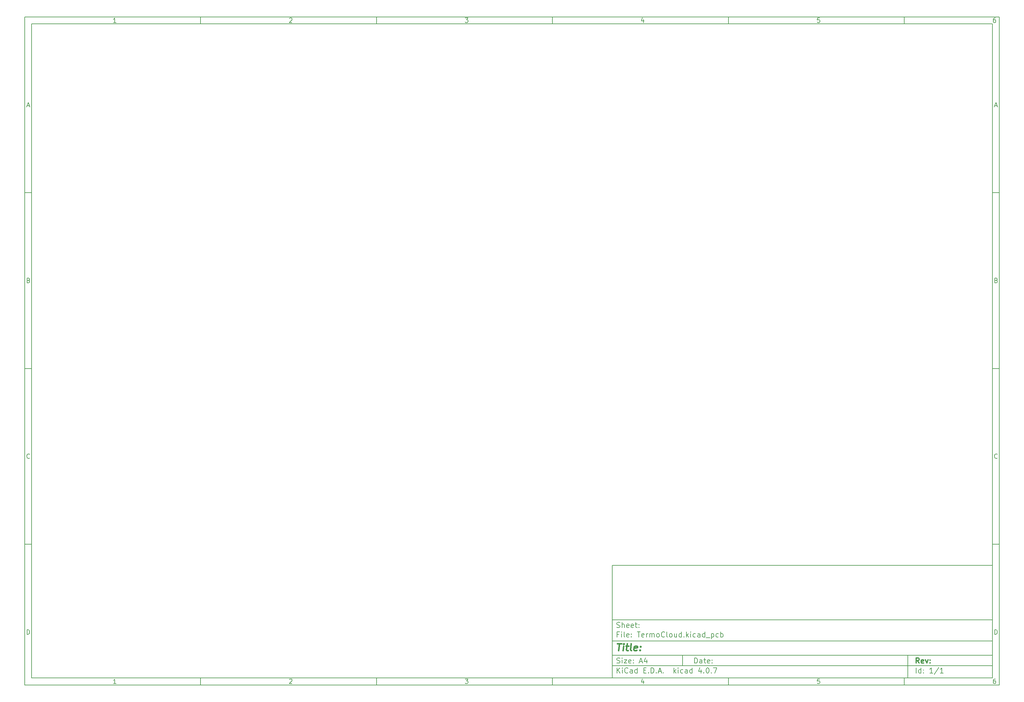
<source format=gbr>
G04 #@! TF.FileFunction,Legend,Bot*
%FSLAX46Y46*%
G04 Gerber Fmt 4.6, Leading zero omitted, Abs format (unit mm)*
G04 Created by KiCad (PCBNEW 4.0.7) date Friday, 28 '28e' September '28e' 2018, 17:32:58*
%MOMM*%
%LPD*%
G01*
G04 APERTURE LIST*
%ADD10C,0.100000*%
%ADD11C,0.150000*%
%ADD12C,0.300000*%
%ADD13C,0.400000*%
G04 APERTURE END LIST*
D10*
D11*
X177002200Y-166007200D02*
X177002200Y-198007200D01*
X285002200Y-198007200D01*
X285002200Y-166007200D01*
X177002200Y-166007200D01*
D10*
D11*
X10000000Y-10000000D02*
X10000000Y-200007200D01*
X287002200Y-200007200D01*
X287002200Y-10000000D01*
X10000000Y-10000000D01*
D10*
D11*
X12000000Y-12000000D02*
X12000000Y-198007200D01*
X285002200Y-198007200D01*
X285002200Y-12000000D01*
X12000000Y-12000000D01*
D10*
D11*
X60000000Y-12000000D02*
X60000000Y-10000000D01*
D10*
D11*
X110000000Y-12000000D02*
X110000000Y-10000000D01*
D10*
D11*
X160000000Y-12000000D02*
X160000000Y-10000000D01*
D10*
D11*
X210000000Y-12000000D02*
X210000000Y-10000000D01*
D10*
D11*
X260000000Y-12000000D02*
X260000000Y-10000000D01*
D10*
D11*
X35990476Y-11588095D02*
X35247619Y-11588095D01*
X35619048Y-11588095D02*
X35619048Y-10288095D01*
X35495238Y-10473810D01*
X35371429Y-10597619D01*
X35247619Y-10659524D01*
D10*
D11*
X85247619Y-10411905D02*
X85309524Y-10350000D01*
X85433333Y-10288095D01*
X85742857Y-10288095D01*
X85866667Y-10350000D01*
X85928571Y-10411905D01*
X85990476Y-10535714D01*
X85990476Y-10659524D01*
X85928571Y-10845238D01*
X85185714Y-11588095D01*
X85990476Y-11588095D01*
D10*
D11*
X135185714Y-10288095D02*
X135990476Y-10288095D01*
X135557143Y-10783333D01*
X135742857Y-10783333D01*
X135866667Y-10845238D01*
X135928571Y-10907143D01*
X135990476Y-11030952D01*
X135990476Y-11340476D01*
X135928571Y-11464286D01*
X135866667Y-11526190D01*
X135742857Y-11588095D01*
X135371429Y-11588095D01*
X135247619Y-11526190D01*
X135185714Y-11464286D01*
D10*
D11*
X185866667Y-10721429D02*
X185866667Y-11588095D01*
X185557143Y-10226190D02*
X185247619Y-11154762D01*
X186052381Y-11154762D01*
D10*
D11*
X235928571Y-10288095D02*
X235309524Y-10288095D01*
X235247619Y-10907143D01*
X235309524Y-10845238D01*
X235433333Y-10783333D01*
X235742857Y-10783333D01*
X235866667Y-10845238D01*
X235928571Y-10907143D01*
X235990476Y-11030952D01*
X235990476Y-11340476D01*
X235928571Y-11464286D01*
X235866667Y-11526190D01*
X235742857Y-11588095D01*
X235433333Y-11588095D01*
X235309524Y-11526190D01*
X235247619Y-11464286D01*
D10*
D11*
X285866667Y-10288095D02*
X285619048Y-10288095D01*
X285495238Y-10350000D01*
X285433333Y-10411905D01*
X285309524Y-10597619D01*
X285247619Y-10845238D01*
X285247619Y-11340476D01*
X285309524Y-11464286D01*
X285371429Y-11526190D01*
X285495238Y-11588095D01*
X285742857Y-11588095D01*
X285866667Y-11526190D01*
X285928571Y-11464286D01*
X285990476Y-11340476D01*
X285990476Y-11030952D01*
X285928571Y-10907143D01*
X285866667Y-10845238D01*
X285742857Y-10783333D01*
X285495238Y-10783333D01*
X285371429Y-10845238D01*
X285309524Y-10907143D01*
X285247619Y-11030952D01*
D10*
D11*
X60000000Y-198007200D02*
X60000000Y-200007200D01*
D10*
D11*
X110000000Y-198007200D02*
X110000000Y-200007200D01*
D10*
D11*
X160000000Y-198007200D02*
X160000000Y-200007200D01*
D10*
D11*
X210000000Y-198007200D02*
X210000000Y-200007200D01*
D10*
D11*
X260000000Y-198007200D02*
X260000000Y-200007200D01*
D10*
D11*
X35990476Y-199595295D02*
X35247619Y-199595295D01*
X35619048Y-199595295D02*
X35619048Y-198295295D01*
X35495238Y-198481010D01*
X35371429Y-198604819D01*
X35247619Y-198666724D01*
D10*
D11*
X85247619Y-198419105D02*
X85309524Y-198357200D01*
X85433333Y-198295295D01*
X85742857Y-198295295D01*
X85866667Y-198357200D01*
X85928571Y-198419105D01*
X85990476Y-198542914D01*
X85990476Y-198666724D01*
X85928571Y-198852438D01*
X85185714Y-199595295D01*
X85990476Y-199595295D01*
D10*
D11*
X135185714Y-198295295D02*
X135990476Y-198295295D01*
X135557143Y-198790533D01*
X135742857Y-198790533D01*
X135866667Y-198852438D01*
X135928571Y-198914343D01*
X135990476Y-199038152D01*
X135990476Y-199347676D01*
X135928571Y-199471486D01*
X135866667Y-199533390D01*
X135742857Y-199595295D01*
X135371429Y-199595295D01*
X135247619Y-199533390D01*
X135185714Y-199471486D01*
D10*
D11*
X185866667Y-198728629D02*
X185866667Y-199595295D01*
X185557143Y-198233390D02*
X185247619Y-199161962D01*
X186052381Y-199161962D01*
D10*
D11*
X235928571Y-198295295D02*
X235309524Y-198295295D01*
X235247619Y-198914343D01*
X235309524Y-198852438D01*
X235433333Y-198790533D01*
X235742857Y-198790533D01*
X235866667Y-198852438D01*
X235928571Y-198914343D01*
X235990476Y-199038152D01*
X235990476Y-199347676D01*
X235928571Y-199471486D01*
X235866667Y-199533390D01*
X235742857Y-199595295D01*
X235433333Y-199595295D01*
X235309524Y-199533390D01*
X235247619Y-199471486D01*
D10*
D11*
X285866667Y-198295295D02*
X285619048Y-198295295D01*
X285495238Y-198357200D01*
X285433333Y-198419105D01*
X285309524Y-198604819D01*
X285247619Y-198852438D01*
X285247619Y-199347676D01*
X285309524Y-199471486D01*
X285371429Y-199533390D01*
X285495238Y-199595295D01*
X285742857Y-199595295D01*
X285866667Y-199533390D01*
X285928571Y-199471486D01*
X285990476Y-199347676D01*
X285990476Y-199038152D01*
X285928571Y-198914343D01*
X285866667Y-198852438D01*
X285742857Y-198790533D01*
X285495238Y-198790533D01*
X285371429Y-198852438D01*
X285309524Y-198914343D01*
X285247619Y-199038152D01*
D10*
D11*
X10000000Y-60000000D02*
X12000000Y-60000000D01*
D10*
D11*
X10000000Y-110000000D02*
X12000000Y-110000000D01*
D10*
D11*
X10000000Y-160000000D02*
X12000000Y-160000000D01*
D10*
D11*
X10690476Y-35216667D02*
X11309524Y-35216667D01*
X10566667Y-35588095D02*
X11000000Y-34288095D01*
X11433333Y-35588095D01*
D10*
D11*
X11092857Y-84907143D02*
X11278571Y-84969048D01*
X11340476Y-85030952D01*
X11402381Y-85154762D01*
X11402381Y-85340476D01*
X11340476Y-85464286D01*
X11278571Y-85526190D01*
X11154762Y-85588095D01*
X10659524Y-85588095D01*
X10659524Y-84288095D01*
X11092857Y-84288095D01*
X11216667Y-84350000D01*
X11278571Y-84411905D01*
X11340476Y-84535714D01*
X11340476Y-84659524D01*
X11278571Y-84783333D01*
X11216667Y-84845238D01*
X11092857Y-84907143D01*
X10659524Y-84907143D01*
D10*
D11*
X11402381Y-135464286D02*
X11340476Y-135526190D01*
X11154762Y-135588095D01*
X11030952Y-135588095D01*
X10845238Y-135526190D01*
X10721429Y-135402381D01*
X10659524Y-135278571D01*
X10597619Y-135030952D01*
X10597619Y-134845238D01*
X10659524Y-134597619D01*
X10721429Y-134473810D01*
X10845238Y-134350000D01*
X11030952Y-134288095D01*
X11154762Y-134288095D01*
X11340476Y-134350000D01*
X11402381Y-134411905D01*
D10*
D11*
X10659524Y-185588095D02*
X10659524Y-184288095D01*
X10969048Y-184288095D01*
X11154762Y-184350000D01*
X11278571Y-184473810D01*
X11340476Y-184597619D01*
X11402381Y-184845238D01*
X11402381Y-185030952D01*
X11340476Y-185278571D01*
X11278571Y-185402381D01*
X11154762Y-185526190D01*
X10969048Y-185588095D01*
X10659524Y-185588095D01*
D10*
D11*
X287002200Y-60000000D02*
X285002200Y-60000000D01*
D10*
D11*
X287002200Y-110000000D02*
X285002200Y-110000000D01*
D10*
D11*
X287002200Y-160000000D02*
X285002200Y-160000000D01*
D10*
D11*
X285692676Y-35216667D02*
X286311724Y-35216667D01*
X285568867Y-35588095D02*
X286002200Y-34288095D01*
X286435533Y-35588095D01*
D10*
D11*
X286095057Y-84907143D02*
X286280771Y-84969048D01*
X286342676Y-85030952D01*
X286404581Y-85154762D01*
X286404581Y-85340476D01*
X286342676Y-85464286D01*
X286280771Y-85526190D01*
X286156962Y-85588095D01*
X285661724Y-85588095D01*
X285661724Y-84288095D01*
X286095057Y-84288095D01*
X286218867Y-84350000D01*
X286280771Y-84411905D01*
X286342676Y-84535714D01*
X286342676Y-84659524D01*
X286280771Y-84783333D01*
X286218867Y-84845238D01*
X286095057Y-84907143D01*
X285661724Y-84907143D01*
D10*
D11*
X286404581Y-135464286D02*
X286342676Y-135526190D01*
X286156962Y-135588095D01*
X286033152Y-135588095D01*
X285847438Y-135526190D01*
X285723629Y-135402381D01*
X285661724Y-135278571D01*
X285599819Y-135030952D01*
X285599819Y-134845238D01*
X285661724Y-134597619D01*
X285723629Y-134473810D01*
X285847438Y-134350000D01*
X286033152Y-134288095D01*
X286156962Y-134288095D01*
X286342676Y-134350000D01*
X286404581Y-134411905D01*
D10*
D11*
X285661724Y-185588095D02*
X285661724Y-184288095D01*
X285971248Y-184288095D01*
X286156962Y-184350000D01*
X286280771Y-184473810D01*
X286342676Y-184597619D01*
X286404581Y-184845238D01*
X286404581Y-185030952D01*
X286342676Y-185278571D01*
X286280771Y-185402381D01*
X286156962Y-185526190D01*
X285971248Y-185588095D01*
X285661724Y-185588095D01*
D10*
D11*
X200359343Y-193785771D02*
X200359343Y-192285771D01*
X200716486Y-192285771D01*
X200930771Y-192357200D01*
X201073629Y-192500057D01*
X201145057Y-192642914D01*
X201216486Y-192928629D01*
X201216486Y-193142914D01*
X201145057Y-193428629D01*
X201073629Y-193571486D01*
X200930771Y-193714343D01*
X200716486Y-193785771D01*
X200359343Y-193785771D01*
X202502200Y-193785771D02*
X202502200Y-193000057D01*
X202430771Y-192857200D01*
X202287914Y-192785771D01*
X202002200Y-192785771D01*
X201859343Y-192857200D01*
X202502200Y-193714343D02*
X202359343Y-193785771D01*
X202002200Y-193785771D01*
X201859343Y-193714343D01*
X201787914Y-193571486D01*
X201787914Y-193428629D01*
X201859343Y-193285771D01*
X202002200Y-193214343D01*
X202359343Y-193214343D01*
X202502200Y-193142914D01*
X203002200Y-192785771D02*
X203573629Y-192785771D01*
X203216486Y-192285771D02*
X203216486Y-193571486D01*
X203287914Y-193714343D01*
X203430772Y-193785771D01*
X203573629Y-193785771D01*
X204645057Y-193714343D02*
X204502200Y-193785771D01*
X204216486Y-193785771D01*
X204073629Y-193714343D01*
X204002200Y-193571486D01*
X204002200Y-193000057D01*
X204073629Y-192857200D01*
X204216486Y-192785771D01*
X204502200Y-192785771D01*
X204645057Y-192857200D01*
X204716486Y-193000057D01*
X204716486Y-193142914D01*
X204002200Y-193285771D01*
X205359343Y-193642914D02*
X205430771Y-193714343D01*
X205359343Y-193785771D01*
X205287914Y-193714343D01*
X205359343Y-193642914D01*
X205359343Y-193785771D01*
X205359343Y-192857200D02*
X205430771Y-192928629D01*
X205359343Y-193000057D01*
X205287914Y-192928629D01*
X205359343Y-192857200D01*
X205359343Y-193000057D01*
D10*
D11*
X177002200Y-194507200D02*
X285002200Y-194507200D01*
D10*
D11*
X178359343Y-196585771D02*
X178359343Y-195085771D01*
X179216486Y-196585771D02*
X178573629Y-195728629D01*
X179216486Y-195085771D02*
X178359343Y-195942914D01*
X179859343Y-196585771D02*
X179859343Y-195585771D01*
X179859343Y-195085771D02*
X179787914Y-195157200D01*
X179859343Y-195228629D01*
X179930771Y-195157200D01*
X179859343Y-195085771D01*
X179859343Y-195228629D01*
X181430772Y-196442914D02*
X181359343Y-196514343D01*
X181145057Y-196585771D01*
X181002200Y-196585771D01*
X180787915Y-196514343D01*
X180645057Y-196371486D01*
X180573629Y-196228629D01*
X180502200Y-195942914D01*
X180502200Y-195728629D01*
X180573629Y-195442914D01*
X180645057Y-195300057D01*
X180787915Y-195157200D01*
X181002200Y-195085771D01*
X181145057Y-195085771D01*
X181359343Y-195157200D01*
X181430772Y-195228629D01*
X182716486Y-196585771D02*
X182716486Y-195800057D01*
X182645057Y-195657200D01*
X182502200Y-195585771D01*
X182216486Y-195585771D01*
X182073629Y-195657200D01*
X182716486Y-196514343D02*
X182573629Y-196585771D01*
X182216486Y-196585771D01*
X182073629Y-196514343D01*
X182002200Y-196371486D01*
X182002200Y-196228629D01*
X182073629Y-196085771D01*
X182216486Y-196014343D01*
X182573629Y-196014343D01*
X182716486Y-195942914D01*
X184073629Y-196585771D02*
X184073629Y-195085771D01*
X184073629Y-196514343D02*
X183930772Y-196585771D01*
X183645058Y-196585771D01*
X183502200Y-196514343D01*
X183430772Y-196442914D01*
X183359343Y-196300057D01*
X183359343Y-195871486D01*
X183430772Y-195728629D01*
X183502200Y-195657200D01*
X183645058Y-195585771D01*
X183930772Y-195585771D01*
X184073629Y-195657200D01*
X185930772Y-195800057D02*
X186430772Y-195800057D01*
X186645058Y-196585771D02*
X185930772Y-196585771D01*
X185930772Y-195085771D01*
X186645058Y-195085771D01*
X187287915Y-196442914D02*
X187359343Y-196514343D01*
X187287915Y-196585771D01*
X187216486Y-196514343D01*
X187287915Y-196442914D01*
X187287915Y-196585771D01*
X188002201Y-196585771D02*
X188002201Y-195085771D01*
X188359344Y-195085771D01*
X188573629Y-195157200D01*
X188716487Y-195300057D01*
X188787915Y-195442914D01*
X188859344Y-195728629D01*
X188859344Y-195942914D01*
X188787915Y-196228629D01*
X188716487Y-196371486D01*
X188573629Y-196514343D01*
X188359344Y-196585771D01*
X188002201Y-196585771D01*
X189502201Y-196442914D02*
X189573629Y-196514343D01*
X189502201Y-196585771D01*
X189430772Y-196514343D01*
X189502201Y-196442914D01*
X189502201Y-196585771D01*
X190145058Y-196157200D02*
X190859344Y-196157200D01*
X190002201Y-196585771D02*
X190502201Y-195085771D01*
X191002201Y-196585771D01*
X191502201Y-196442914D02*
X191573629Y-196514343D01*
X191502201Y-196585771D01*
X191430772Y-196514343D01*
X191502201Y-196442914D01*
X191502201Y-196585771D01*
X194502201Y-196585771D02*
X194502201Y-195085771D01*
X194645058Y-196014343D02*
X195073629Y-196585771D01*
X195073629Y-195585771D02*
X194502201Y-196157200D01*
X195716487Y-196585771D02*
X195716487Y-195585771D01*
X195716487Y-195085771D02*
X195645058Y-195157200D01*
X195716487Y-195228629D01*
X195787915Y-195157200D01*
X195716487Y-195085771D01*
X195716487Y-195228629D01*
X197073630Y-196514343D02*
X196930773Y-196585771D01*
X196645059Y-196585771D01*
X196502201Y-196514343D01*
X196430773Y-196442914D01*
X196359344Y-196300057D01*
X196359344Y-195871486D01*
X196430773Y-195728629D01*
X196502201Y-195657200D01*
X196645059Y-195585771D01*
X196930773Y-195585771D01*
X197073630Y-195657200D01*
X198359344Y-196585771D02*
X198359344Y-195800057D01*
X198287915Y-195657200D01*
X198145058Y-195585771D01*
X197859344Y-195585771D01*
X197716487Y-195657200D01*
X198359344Y-196514343D02*
X198216487Y-196585771D01*
X197859344Y-196585771D01*
X197716487Y-196514343D01*
X197645058Y-196371486D01*
X197645058Y-196228629D01*
X197716487Y-196085771D01*
X197859344Y-196014343D01*
X198216487Y-196014343D01*
X198359344Y-195942914D01*
X199716487Y-196585771D02*
X199716487Y-195085771D01*
X199716487Y-196514343D02*
X199573630Y-196585771D01*
X199287916Y-196585771D01*
X199145058Y-196514343D01*
X199073630Y-196442914D01*
X199002201Y-196300057D01*
X199002201Y-195871486D01*
X199073630Y-195728629D01*
X199145058Y-195657200D01*
X199287916Y-195585771D01*
X199573630Y-195585771D01*
X199716487Y-195657200D01*
X202216487Y-195585771D02*
X202216487Y-196585771D01*
X201859344Y-195014343D02*
X201502201Y-196085771D01*
X202430773Y-196085771D01*
X203002201Y-196442914D02*
X203073629Y-196514343D01*
X203002201Y-196585771D01*
X202930772Y-196514343D01*
X203002201Y-196442914D01*
X203002201Y-196585771D01*
X204002201Y-195085771D02*
X204145058Y-195085771D01*
X204287915Y-195157200D01*
X204359344Y-195228629D01*
X204430773Y-195371486D01*
X204502201Y-195657200D01*
X204502201Y-196014343D01*
X204430773Y-196300057D01*
X204359344Y-196442914D01*
X204287915Y-196514343D01*
X204145058Y-196585771D01*
X204002201Y-196585771D01*
X203859344Y-196514343D01*
X203787915Y-196442914D01*
X203716487Y-196300057D01*
X203645058Y-196014343D01*
X203645058Y-195657200D01*
X203716487Y-195371486D01*
X203787915Y-195228629D01*
X203859344Y-195157200D01*
X204002201Y-195085771D01*
X205145058Y-196442914D02*
X205216486Y-196514343D01*
X205145058Y-196585771D01*
X205073629Y-196514343D01*
X205145058Y-196442914D01*
X205145058Y-196585771D01*
X205716487Y-195085771D02*
X206716487Y-195085771D01*
X206073630Y-196585771D01*
D10*
D11*
X177002200Y-191507200D02*
X285002200Y-191507200D01*
D10*
D12*
X264216486Y-193785771D02*
X263716486Y-193071486D01*
X263359343Y-193785771D02*
X263359343Y-192285771D01*
X263930771Y-192285771D01*
X264073629Y-192357200D01*
X264145057Y-192428629D01*
X264216486Y-192571486D01*
X264216486Y-192785771D01*
X264145057Y-192928629D01*
X264073629Y-193000057D01*
X263930771Y-193071486D01*
X263359343Y-193071486D01*
X265430771Y-193714343D02*
X265287914Y-193785771D01*
X265002200Y-193785771D01*
X264859343Y-193714343D01*
X264787914Y-193571486D01*
X264787914Y-193000057D01*
X264859343Y-192857200D01*
X265002200Y-192785771D01*
X265287914Y-192785771D01*
X265430771Y-192857200D01*
X265502200Y-193000057D01*
X265502200Y-193142914D01*
X264787914Y-193285771D01*
X266002200Y-192785771D02*
X266359343Y-193785771D01*
X266716485Y-192785771D01*
X267287914Y-193642914D02*
X267359342Y-193714343D01*
X267287914Y-193785771D01*
X267216485Y-193714343D01*
X267287914Y-193642914D01*
X267287914Y-193785771D01*
X267287914Y-192857200D02*
X267359342Y-192928629D01*
X267287914Y-193000057D01*
X267216485Y-192928629D01*
X267287914Y-192857200D01*
X267287914Y-193000057D01*
D10*
D11*
X178287914Y-193714343D02*
X178502200Y-193785771D01*
X178859343Y-193785771D01*
X179002200Y-193714343D01*
X179073629Y-193642914D01*
X179145057Y-193500057D01*
X179145057Y-193357200D01*
X179073629Y-193214343D01*
X179002200Y-193142914D01*
X178859343Y-193071486D01*
X178573629Y-193000057D01*
X178430771Y-192928629D01*
X178359343Y-192857200D01*
X178287914Y-192714343D01*
X178287914Y-192571486D01*
X178359343Y-192428629D01*
X178430771Y-192357200D01*
X178573629Y-192285771D01*
X178930771Y-192285771D01*
X179145057Y-192357200D01*
X179787914Y-193785771D02*
X179787914Y-192785771D01*
X179787914Y-192285771D02*
X179716485Y-192357200D01*
X179787914Y-192428629D01*
X179859342Y-192357200D01*
X179787914Y-192285771D01*
X179787914Y-192428629D01*
X180359343Y-192785771D02*
X181145057Y-192785771D01*
X180359343Y-193785771D01*
X181145057Y-193785771D01*
X182287914Y-193714343D02*
X182145057Y-193785771D01*
X181859343Y-193785771D01*
X181716486Y-193714343D01*
X181645057Y-193571486D01*
X181645057Y-193000057D01*
X181716486Y-192857200D01*
X181859343Y-192785771D01*
X182145057Y-192785771D01*
X182287914Y-192857200D01*
X182359343Y-193000057D01*
X182359343Y-193142914D01*
X181645057Y-193285771D01*
X183002200Y-193642914D02*
X183073628Y-193714343D01*
X183002200Y-193785771D01*
X182930771Y-193714343D01*
X183002200Y-193642914D01*
X183002200Y-193785771D01*
X183002200Y-192857200D02*
X183073628Y-192928629D01*
X183002200Y-193000057D01*
X182930771Y-192928629D01*
X183002200Y-192857200D01*
X183002200Y-193000057D01*
X184787914Y-193357200D02*
X185502200Y-193357200D01*
X184645057Y-193785771D02*
X185145057Y-192285771D01*
X185645057Y-193785771D01*
X186787914Y-192785771D02*
X186787914Y-193785771D01*
X186430771Y-192214343D02*
X186073628Y-193285771D01*
X187002200Y-193285771D01*
D10*
D11*
X263359343Y-196585771D02*
X263359343Y-195085771D01*
X264716486Y-196585771D02*
X264716486Y-195085771D01*
X264716486Y-196514343D02*
X264573629Y-196585771D01*
X264287915Y-196585771D01*
X264145057Y-196514343D01*
X264073629Y-196442914D01*
X264002200Y-196300057D01*
X264002200Y-195871486D01*
X264073629Y-195728629D01*
X264145057Y-195657200D01*
X264287915Y-195585771D01*
X264573629Y-195585771D01*
X264716486Y-195657200D01*
X265430772Y-196442914D02*
X265502200Y-196514343D01*
X265430772Y-196585771D01*
X265359343Y-196514343D01*
X265430772Y-196442914D01*
X265430772Y-196585771D01*
X265430772Y-195657200D02*
X265502200Y-195728629D01*
X265430772Y-195800057D01*
X265359343Y-195728629D01*
X265430772Y-195657200D01*
X265430772Y-195800057D01*
X268073629Y-196585771D02*
X267216486Y-196585771D01*
X267645058Y-196585771D02*
X267645058Y-195085771D01*
X267502201Y-195300057D01*
X267359343Y-195442914D01*
X267216486Y-195514343D01*
X269787914Y-195014343D02*
X268502200Y-196942914D01*
X271073629Y-196585771D02*
X270216486Y-196585771D01*
X270645058Y-196585771D02*
X270645058Y-195085771D01*
X270502201Y-195300057D01*
X270359343Y-195442914D01*
X270216486Y-195514343D01*
D10*
D11*
X177002200Y-187507200D02*
X285002200Y-187507200D01*
D10*
D13*
X178454581Y-188211962D02*
X179597438Y-188211962D01*
X178776010Y-190211962D02*
X179026010Y-188211962D01*
X180014105Y-190211962D02*
X180180771Y-188878629D01*
X180264105Y-188211962D02*
X180156962Y-188307200D01*
X180240295Y-188402438D01*
X180347439Y-188307200D01*
X180264105Y-188211962D01*
X180240295Y-188402438D01*
X180847438Y-188878629D02*
X181609343Y-188878629D01*
X181216486Y-188211962D02*
X181002200Y-189926248D01*
X181073630Y-190116724D01*
X181252201Y-190211962D01*
X181442677Y-190211962D01*
X182395058Y-190211962D02*
X182216487Y-190116724D01*
X182145057Y-189926248D01*
X182359343Y-188211962D01*
X183930772Y-190116724D02*
X183728391Y-190211962D01*
X183347439Y-190211962D01*
X183168867Y-190116724D01*
X183097438Y-189926248D01*
X183192676Y-189164343D01*
X183311724Y-188973867D01*
X183514105Y-188878629D01*
X183895057Y-188878629D01*
X184073629Y-188973867D01*
X184145057Y-189164343D01*
X184121248Y-189354819D01*
X183145057Y-189545295D01*
X184895057Y-190021486D02*
X184978392Y-190116724D01*
X184871248Y-190211962D01*
X184787915Y-190116724D01*
X184895057Y-190021486D01*
X184871248Y-190211962D01*
X185026010Y-188973867D02*
X185109344Y-189069105D01*
X185002200Y-189164343D01*
X184918867Y-189069105D01*
X185026010Y-188973867D01*
X185002200Y-189164343D01*
D10*
D11*
X178859343Y-185600057D02*
X178359343Y-185600057D01*
X178359343Y-186385771D02*
X178359343Y-184885771D01*
X179073629Y-184885771D01*
X179645057Y-186385771D02*
X179645057Y-185385771D01*
X179645057Y-184885771D02*
X179573628Y-184957200D01*
X179645057Y-185028629D01*
X179716485Y-184957200D01*
X179645057Y-184885771D01*
X179645057Y-185028629D01*
X180573629Y-186385771D02*
X180430771Y-186314343D01*
X180359343Y-186171486D01*
X180359343Y-184885771D01*
X181716485Y-186314343D02*
X181573628Y-186385771D01*
X181287914Y-186385771D01*
X181145057Y-186314343D01*
X181073628Y-186171486D01*
X181073628Y-185600057D01*
X181145057Y-185457200D01*
X181287914Y-185385771D01*
X181573628Y-185385771D01*
X181716485Y-185457200D01*
X181787914Y-185600057D01*
X181787914Y-185742914D01*
X181073628Y-185885771D01*
X182430771Y-186242914D02*
X182502199Y-186314343D01*
X182430771Y-186385771D01*
X182359342Y-186314343D01*
X182430771Y-186242914D01*
X182430771Y-186385771D01*
X182430771Y-185457200D02*
X182502199Y-185528629D01*
X182430771Y-185600057D01*
X182359342Y-185528629D01*
X182430771Y-185457200D01*
X182430771Y-185600057D01*
X184073628Y-184885771D02*
X184930771Y-184885771D01*
X184502200Y-186385771D02*
X184502200Y-184885771D01*
X186002199Y-186314343D02*
X185859342Y-186385771D01*
X185573628Y-186385771D01*
X185430771Y-186314343D01*
X185359342Y-186171486D01*
X185359342Y-185600057D01*
X185430771Y-185457200D01*
X185573628Y-185385771D01*
X185859342Y-185385771D01*
X186002199Y-185457200D01*
X186073628Y-185600057D01*
X186073628Y-185742914D01*
X185359342Y-185885771D01*
X186716485Y-186385771D02*
X186716485Y-185385771D01*
X186716485Y-185671486D02*
X186787913Y-185528629D01*
X186859342Y-185457200D01*
X187002199Y-185385771D01*
X187145056Y-185385771D01*
X187645056Y-186385771D02*
X187645056Y-185385771D01*
X187645056Y-185528629D02*
X187716484Y-185457200D01*
X187859342Y-185385771D01*
X188073627Y-185385771D01*
X188216484Y-185457200D01*
X188287913Y-185600057D01*
X188287913Y-186385771D01*
X188287913Y-185600057D02*
X188359342Y-185457200D01*
X188502199Y-185385771D01*
X188716484Y-185385771D01*
X188859342Y-185457200D01*
X188930770Y-185600057D01*
X188930770Y-186385771D01*
X189859342Y-186385771D02*
X189716484Y-186314343D01*
X189645056Y-186242914D01*
X189573627Y-186100057D01*
X189573627Y-185671486D01*
X189645056Y-185528629D01*
X189716484Y-185457200D01*
X189859342Y-185385771D01*
X190073627Y-185385771D01*
X190216484Y-185457200D01*
X190287913Y-185528629D01*
X190359342Y-185671486D01*
X190359342Y-186100057D01*
X190287913Y-186242914D01*
X190216484Y-186314343D01*
X190073627Y-186385771D01*
X189859342Y-186385771D01*
X191859342Y-186242914D02*
X191787913Y-186314343D01*
X191573627Y-186385771D01*
X191430770Y-186385771D01*
X191216485Y-186314343D01*
X191073627Y-186171486D01*
X191002199Y-186028629D01*
X190930770Y-185742914D01*
X190930770Y-185528629D01*
X191002199Y-185242914D01*
X191073627Y-185100057D01*
X191216485Y-184957200D01*
X191430770Y-184885771D01*
X191573627Y-184885771D01*
X191787913Y-184957200D01*
X191859342Y-185028629D01*
X192716485Y-186385771D02*
X192573627Y-186314343D01*
X192502199Y-186171486D01*
X192502199Y-184885771D01*
X193502199Y-186385771D02*
X193359341Y-186314343D01*
X193287913Y-186242914D01*
X193216484Y-186100057D01*
X193216484Y-185671486D01*
X193287913Y-185528629D01*
X193359341Y-185457200D01*
X193502199Y-185385771D01*
X193716484Y-185385771D01*
X193859341Y-185457200D01*
X193930770Y-185528629D01*
X194002199Y-185671486D01*
X194002199Y-186100057D01*
X193930770Y-186242914D01*
X193859341Y-186314343D01*
X193716484Y-186385771D01*
X193502199Y-186385771D01*
X195287913Y-185385771D02*
X195287913Y-186385771D01*
X194645056Y-185385771D02*
X194645056Y-186171486D01*
X194716484Y-186314343D01*
X194859342Y-186385771D01*
X195073627Y-186385771D01*
X195216484Y-186314343D01*
X195287913Y-186242914D01*
X196645056Y-186385771D02*
X196645056Y-184885771D01*
X196645056Y-186314343D02*
X196502199Y-186385771D01*
X196216485Y-186385771D01*
X196073627Y-186314343D01*
X196002199Y-186242914D01*
X195930770Y-186100057D01*
X195930770Y-185671486D01*
X196002199Y-185528629D01*
X196073627Y-185457200D01*
X196216485Y-185385771D01*
X196502199Y-185385771D01*
X196645056Y-185457200D01*
X197359342Y-186242914D02*
X197430770Y-186314343D01*
X197359342Y-186385771D01*
X197287913Y-186314343D01*
X197359342Y-186242914D01*
X197359342Y-186385771D01*
X198073628Y-186385771D02*
X198073628Y-184885771D01*
X198216485Y-185814343D02*
X198645056Y-186385771D01*
X198645056Y-185385771D02*
X198073628Y-185957200D01*
X199287914Y-186385771D02*
X199287914Y-185385771D01*
X199287914Y-184885771D02*
X199216485Y-184957200D01*
X199287914Y-185028629D01*
X199359342Y-184957200D01*
X199287914Y-184885771D01*
X199287914Y-185028629D01*
X200645057Y-186314343D02*
X200502200Y-186385771D01*
X200216486Y-186385771D01*
X200073628Y-186314343D01*
X200002200Y-186242914D01*
X199930771Y-186100057D01*
X199930771Y-185671486D01*
X200002200Y-185528629D01*
X200073628Y-185457200D01*
X200216486Y-185385771D01*
X200502200Y-185385771D01*
X200645057Y-185457200D01*
X201930771Y-186385771D02*
X201930771Y-185600057D01*
X201859342Y-185457200D01*
X201716485Y-185385771D01*
X201430771Y-185385771D01*
X201287914Y-185457200D01*
X201930771Y-186314343D02*
X201787914Y-186385771D01*
X201430771Y-186385771D01*
X201287914Y-186314343D01*
X201216485Y-186171486D01*
X201216485Y-186028629D01*
X201287914Y-185885771D01*
X201430771Y-185814343D01*
X201787914Y-185814343D01*
X201930771Y-185742914D01*
X203287914Y-186385771D02*
X203287914Y-184885771D01*
X203287914Y-186314343D02*
X203145057Y-186385771D01*
X202859343Y-186385771D01*
X202716485Y-186314343D01*
X202645057Y-186242914D01*
X202573628Y-186100057D01*
X202573628Y-185671486D01*
X202645057Y-185528629D01*
X202716485Y-185457200D01*
X202859343Y-185385771D01*
X203145057Y-185385771D01*
X203287914Y-185457200D01*
X203645057Y-186528629D02*
X204787914Y-186528629D01*
X205145057Y-185385771D02*
X205145057Y-186885771D01*
X205145057Y-185457200D02*
X205287914Y-185385771D01*
X205573628Y-185385771D01*
X205716485Y-185457200D01*
X205787914Y-185528629D01*
X205859343Y-185671486D01*
X205859343Y-186100057D01*
X205787914Y-186242914D01*
X205716485Y-186314343D01*
X205573628Y-186385771D01*
X205287914Y-186385771D01*
X205145057Y-186314343D01*
X207145057Y-186314343D02*
X207002200Y-186385771D01*
X206716486Y-186385771D01*
X206573628Y-186314343D01*
X206502200Y-186242914D01*
X206430771Y-186100057D01*
X206430771Y-185671486D01*
X206502200Y-185528629D01*
X206573628Y-185457200D01*
X206716486Y-185385771D01*
X207002200Y-185385771D01*
X207145057Y-185457200D01*
X207787914Y-186385771D02*
X207787914Y-184885771D01*
X207787914Y-185457200D02*
X207930771Y-185385771D01*
X208216485Y-185385771D01*
X208359342Y-185457200D01*
X208430771Y-185528629D01*
X208502200Y-185671486D01*
X208502200Y-186100057D01*
X208430771Y-186242914D01*
X208359342Y-186314343D01*
X208216485Y-186385771D01*
X207930771Y-186385771D01*
X207787914Y-186314343D01*
D10*
D11*
X177002200Y-181507200D02*
X285002200Y-181507200D01*
D10*
D11*
X178287914Y-183614343D02*
X178502200Y-183685771D01*
X178859343Y-183685771D01*
X179002200Y-183614343D01*
X179073629Y-183542914D01*
X179145057Y-183400057D01*
X179145057Y-183257200D01*
X179073629Y-183114343D01*
X179002200Y-183042914D01*
X178859343Y-182971486D01*
X178573629Y-182900057D01*
X178430771Y-182828629D01*
X178359343Y-182757200D01*
X178287914Y-182614343D01*
X178287914Y-182471486D01*
X178359343Y-182328629D01*
X178430771Y-182257200D01*
X178573629Y-182185771D01*
X178930771Y-182185771D01*
X179145057Y-182257200D01*
X179787914Y-183685771D02*
X179787914Y-182185771D01*
X180430771Y-183685771D02*
X180430771Y-182900057D01*
X180359342Y-182757200D01*
X180216485Y-182685771D01*
X180002200Y-182685771D01*
X179859342Y-182757200D01*
X179787914Y-182828629D01*
X181716485Y-183614343D02*
X181573628Y-183685771D01*
X181287914Y-183685771D01*
X181145057Y-183614343D01*
X181073628Y-183471486D01*
X181073628Y-182900057D01*
X181145057Y-182757200D01*
X181287914Y-182685771D01*
X181573628Y-182685771D01*
X181716485Y-182757200D01*
X181787914Y-182900057D01*
X181787914Y-183042914D01*
X181073628Y-183185771D01*
X183002199Y-183614343D02*
X182859342Y-183685771D01*
X182573628Y-183685771D01*
X182430771Y-183614343D01*
X182359342Y-183471486D01*
X182359342Y-182900057D01*
X182430771Y-182757200D01*
X182573628Y-182685771D01*
X182859342Y-182685771D01*
X183002199Y-182757200D01*
X183073628Y-182900057D01*
X183073628Y-183042914D01*
X182359342Y-183185771D01*
X183502199Y-182685771D02*
X184073628Y-182685771D01*
X183716485Y-182185771D02*
X183716485Y-183471486D01*
X183787913Y-183614343D01*
X183930771Y-183685771D01*
X184073628Y-183685771D01*
X184573628Y-183542914D02*
X184645056Y-183614343D01*
X184573628Y-183685771D01*
X184502199Y-183614343D01*
X184573628Y-183542914D01*
X184573628Y-183685771D01*
X184573628Y-182757200D02*
X184645056Y-182828629D01*
X184573628Y-182900057D01*
X184502199Y-182828629D01*
X184573628Y-182757200D01*
X184573628Y-182900057D01*
D10*
D11*
X197002200Y-191507200D02*
X197002200Y-194507200D01*
D10*
D11*
X261002200Y-191507200D02*
X261002200Y-198007200D01*
M02*

</source>
